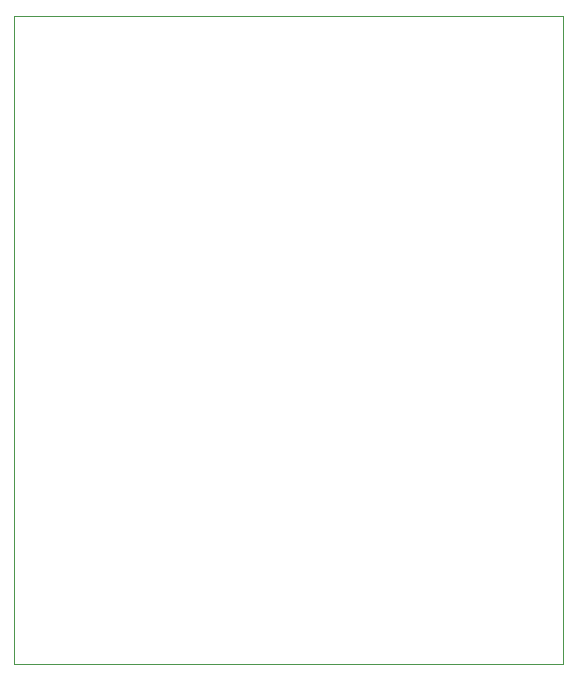
<source format=gbr>
%TF.GenerationSoftware,KiCad,Pcbnew,8.0.2-1*%
%TF.CreationDate,2025-02-24T08:21:50+03:00*%
%TF.ProjectId,PFC_CAN,5046435f-4341-44e2-9e6b-696361645f70,rev?*%
%TF.SameCoordinates,Original*%
%TF.FileFunction,Profile,NP*%
%FSLAX46Y46*%
G04 Gerber Fmt 4.6, Leading zero omitted, Abs format (unit mm)*
G04 Created by KiCad (PCBNEW 8.0.2-1) date 2025-02-24 08:21:50*
%MOMM*%
%LPD*%
G01*
G04 APERTURE LIST*
%TA.AperFunction,Profile*%
%ADD10C,0.050000*%
%TD*%
G04 APERTURE END LIST*
D10*
X67310000Y-74422000D02*
X113792000Y-74422000D01*
X113792000Y-129286000D01*
X67310000Y-129286000D01*
X67310000Y-74422000D01*
M02*

</source>
